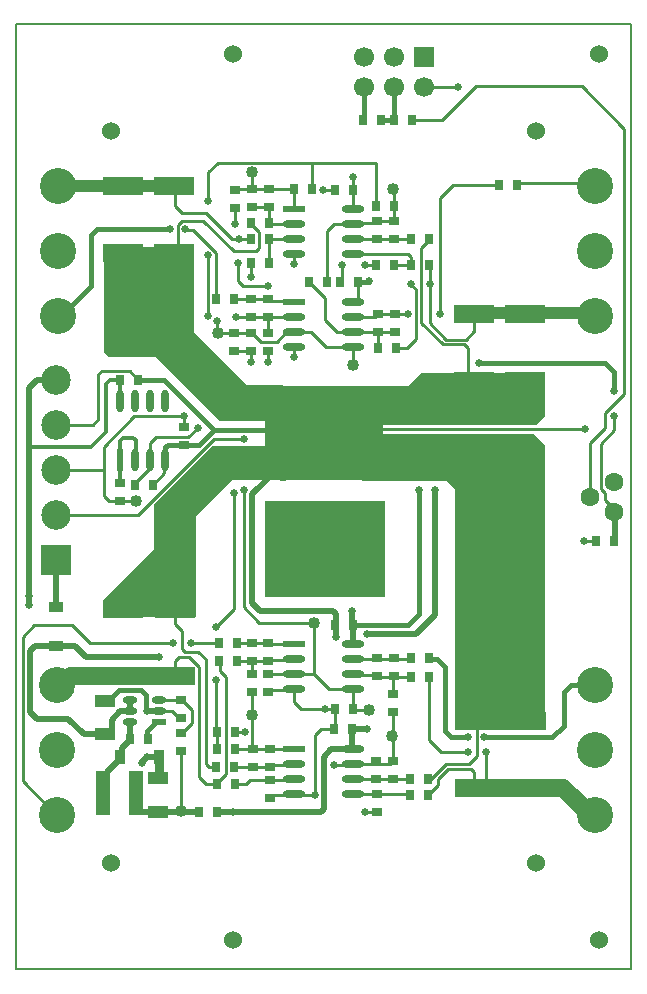
<source format=gtl>
G04*
G04 #@! TF.GenerationSoftware,Altium Limited,Altium Designer,19.0.14 (431)*
G04*
G04 Layer_Physical_Order=1*
G04 Layer_Color=152*
%FSLAX25Y25*%
%MOIN*%
G70*
G01*
G75*
%ADD10C,0.00700*%
%ADD11R,0.02756X0.03543*%
%ADD12R,0.03543X0.02756*%
%ADD13R,0.06693X0.04331*%
%ADD14R,0.04724X0.14567*%
%ADD15O,0.04724X0.02362*%
%ADD16R,0.04724X0.02362*%
%ADD17R,0.04724X0.03543*%
%ADD18R,0.03543X0.04724*%
%ADD19R,0.02400X0.07500*%
%ADD20O,0.02400X0.07500*%
%ADD21O,0.07500X0.02400*%
%ADD22R,0.07500X0.02400*%
%ADD23R,0.13386X0.05906*%
%ADD46C,0.04000*%
%ADD47C,0.06000*%
%ADD48C,0.01000*%
%ADD49C,0.02000*%
%ADD50C,0.01500*%
%ADD51C,0.01200*%
%ADD52C,0.03000*%
%ADD53C,0.04000*%
%ADD54R,0.39440X0.31496*%
%ADD55R,0.40000X0.32000*%
%ADD56C,0.06299*%
%ADD57C,0.06693*%
%ADD58R,0.06693X0.06693*%
%ADD59R,0.09843X0.09843*%
%ADD60C,0.09843*%
%ADD61C,0.06000*%
%ADD62C,0.12000*%
%ADD63C,0.15748*%
%ADD64C,0.02559*%
G36*
X84100Y174280D02*
X65100Y174280D01*
X45700Y154880D01*
X45700Y139680D01*
X29300Y123280D01*
X29300Y117480D01*
X59700D01*
Y150680D01*
X71952Y162932D01*
X82980D01*
X84000Y163952D01*
Y174280D01*
X84100Y174380D01*
Y174280D01*
D02*
G37*
G36*
X172220Y178580D02*
X176200Y174600D01*
Y82480D01*
X146200D01*
Y159880D01*
X143400Y162680D01*
X119400D01*
Y178580D01*
X172220Y178580D01*
D02*
G37*
G36*
X89000Y194680D02*
X76900D01*
X59200Y212380D01*
Y239080D01*
X29057Y239080D01*
X29057Y205796D01*
X30800Y204053D01*
X46427D01*
X67600Y182880D01*
X89000D01*
Y194680D01*
D02*
G37*
G36*
X111800Y194280D02*
X130500D01*
X135000Y198780D01*
X175900D01*
X176100Y198580D01*
X176100Y184080D01*
X173300Y181280D01*
X113800D01*
X111700Y183380D01*
Y194428D01*
X111800Y194280D01*
D02*
G37*
D10*
X204724Y0D02*
X204724Y314961D01*
X0D02*
X204724D01*
X0Y0D02*
X204724D01*
X-0Y314961D02*
X0Y144380D01*
X-0Y0D02*
X0Y144380D01*
D11*
X199200Y142900D02*
D03*
X193200D02*
D03*
X121400Y283200D02*
D03*
X115400D02*
D03*
X125984D02*
D03*
X131984D02*
D03*
X60800Y52470D02*
D03*
X66800D02*
D03*
X43700Y76780D02*
D03*
X37700D02*
D03*
X40657Y196580D02*
D03*
X34657D02*
D03*
X45500Y161580D02*
D03*
X39500D02*
D03*
X73500Y102780D02*
D03*
X67500D02*
D03*
X106000Y80118D02*
D03*
X112000D02*
D03*
X112200Y114780D02*
D03*
X106200D02*
D03*
X67600Y108880D02*
D03*
X73600D02*
D03*
X131300Y63480D02*
D03*
X137300D02*
D03*
X131300Y58180D02*
D03*
X137300D02*
D03*
X72700Y73380D02*
D03*
X66700D02*
D03*
X72700Y79080D02*
D03*
X66700D02*
D03*
X72600Y67380D02*
D03*
X66600D02*
D03*
X72700Y61780D02*
D03*
X66700D02*
D03*
X137600Y103680D02*
D03*
X131600D02*
D03*
Y97580D02*
D03*
X137600D02*
D03*
X112144Y86680D02*
D03*
X106144D02*
D03*
X125800Y254580D02*
D03*
X119800D02*
D03*
X106300Y259880D02*
D03*
X112300D02*
D03*
X92600Y260006D02*
D03*
X98600D02*
D03*
X97500Y229180D02*
D03*
X103500D02*
D03*
X120401Y206980D02*
D03*
X126401D02*
D03*
X166900Y261580D02*
D03*
X160900D02*
D03*
X119900Y234620D02*
D03*
X125900D02*
D03*
X131500Y234705D02*
D03*
X137500D02*
D03*
X131500Y243380D02*
D03*
X137500D02*
D03*
X78100Y235480D02*
D03*
X84100D02*
D03*
Y248880D02*
D03*
X78100D02*
D03*
X84100Y243475D02*
D03*
X78100D02*
D03*
X114000Y229180D02*
D03*
X108000D02*
D03*
X66600Y223280D02*
D03*
X72600D02*
D03*
D12*
X55700Y180700D02*
D03*
Y174700D02*
D03*
X54700Y83680D02*
D03*
Y89680D02*
D03*
Y78780D02*
D03*
Y72780D02*
D03*
X34380Y161980D02*
D03*
Y155980D02*
D03*
X125400Y91880D02*
D03*
Y85880D02*
D03*
X78500Y98280D02*
D03*
Y92280D02*
D03*
X84000Y102780D02*
D03*
Y108780D02*
D03*
Y98280D02*
D03*
Y92280D02*
D03*
X78500Y108780D02*
D03*
Y102780D02*
D03*
X120000Y63280D02*
D03*
Y69280D02*
D03*
X125400D02*
D03*
Y63280D02*
D03*
X120200Y52280D02*
D03*
Y58280D02*
D03*
X78700Y73380D02*
D03*
Y67380D02*
D03*
X84500D02*
D03*
Y73380D02*
D03*
Y57180D02*
D03*
Y63180D02*
D03*
X120100Y97780D02*
D03*
Y103780D02*
D03*
X125700D02*
D03*
Y97780D02*
D03*
X72400Y212248D02*
D03*
Y206248D02*
D03*
X126200Y218396D02*
D03*
Y212396D02*
D03*
X120400Y212331D02*
D03*
Y218331D02*
D03*
X120300Y243475D02*
D03*
Y249475D02*
D03*
X125800D02*
D03*
Y243475D02*
D03*
X83901Y212247D02*
D03*
Y206247D02*
D03*
X72700Y253880D02*
D03*
Y259880D02*
D03*
X84100Y259980D02*
D03*
Y253980D02*
D03*
X78500D02*
D03*
Y259980D02*
D03*
X78100Y212247D02*
D03*
Y206247D02*
D03*
X83900Y217365D02*
D03*
Y223365D02*
D03*
X78100Y223280D02*
D03*
Y217280D02*
D03*
D13*
X29400Y89490D02*
D03*
Y78270D02*
D03*
X47100Y63691D02*
D03*
Y52470D02*
D03*
D14*
X28788Y58780D02*
D03*
X39812D02*
D03*
D15*
X37758Y86046D02*
D03*
Y82306D02*
D03*
Y89786D02*
D03*
X47600D02*
D03*
Y86046D02*
D03*
D16*
Y82306D02*
D03*
D17*
X13100Y120798D02*
D03*
Y107806D02*
D03*
D18*
X47446Y70780D02*
D03*
X34454D02*
D03*
D19*
X34500Y169780D02*
D03*
D20*
X39500Y169780D02*
D03*
X44500D02*
D03*
X49500D02*
D03*
X34500Y189269D02*
D03*
X39500D02*
D03*
X44500D02*
D03*
X49500Y189269D02*
D03*
D21*
X112144Y93280D02*
D03*
X112144Y98280D02*
D03*
Y103280D02*
D03*
Y108280D02*
D03*
X92656Y93280D02*
D03*
Y98280D02*
D03*
Y103280D02*
D03*
X112044Y58280D02*
D03*
X112044Y63280D02*
D03*
Y68280D02*
D03*
Y73280D02*
D03*
X92556Y58280D02*
D03*
Y63280D02*
D03*
Y68280D02*
D03*
X112144Y238380D02*
D03*
X112144Y243380D02*
D03*
Y248380D02*
D03*
Y253380D02*
D03*
X92656Y238380D02*
D03*
Y243380D02*
D03*
Y248380D02*
D03*
X112144Y207380D02*
D03*
X112144Y212380D02*
D03*
Y217380D02*
D03*
Y222380D02*
D03*
X92656Y207380D02*
D03*
Y212380D02*
D03*
Y217380D02*
D03*
D22*
X92656Y108280D02*
D03*
X92556Y73280D02*
D03*
X92656Y253380D02*
D03*
Y222380D02*
D03*
D23*
X152862Y82921D02*
D03*
Y60480D02*
D03*
X169762Y82921D02*
D03*
Y60480D02*
D03*
X52800Y120121D02*
D03*
Y97680D02*
D03*
X35600Y120121D02*
D03*
Y97680D02*
D03*
X152400Y195960D02*
D03*
Y218401D02*
D03*
X169500Y195960D02*
D03*
Y218401D02*
D03*
X52500Y238639D02*
D03*
Y261080D02*
D03*
X35600Y238639D02*
D03*
Y261080D02*
D03*
D46*
X117600Y86580D02*
D03*
X54769Y52600D02*
D03*
X39700Y156080D02*
D03*
X125300Y77680D02*
D03*
X99100Y115580D02*
D03*
X78600Y84780D02*
D03*
X125600Y260080D02*
D03*
X67100Y212180D02*
D03*
X112200Y201280D02*
D03*
X78400Y265680D02*
D03*
D47*
X116100Y165680D02*
X145600D01*
X88820Y167980D02*
X115600D01*
X35600Y97680D02*
X52800D01*
X18116D02*
X35600D01*
X13600Y94787D02*
X15224D01*
X18116Y97680D01*
X69358Y168838D02*
X88820D01*
X52500Y151980D02*
X69358Y168838D01*
X116379Y188523D02*
X119237Y191380D01*
X145600Y165680D02*
X152862Y158418D01*
X85763Y191580D02*
X88820Y188523D01*
X152862Y82921D02*
Y158418D01*
X153400Y82921D02*
X169762D01*
X153400Y60480D02*
X156900D01*
X169762D01*
X182290D01*
X152862D02*
X153400D01*
X191137Y51633D02*
X192761D01*
X182290Y60480D02*
X191137Y51633D01*
X116100Y188523D02*
X116379D01*
X192761Y51633D02*
X192913Y51480D01*
X13780Y93887D02*
X14260Y93407D01*
D48*
X153400Y70980D02*
Y82921D01*
X106072Y86680D02*
Y87052D01*
Y80190D02*
Y86680D01*
X95000D02*
X106072D01*
X99350Y58230D02*
X99400Y58280D01*
X77800Y235180D02*
X78099Y234881D01*
X40600Y196980D02*
X41000Y196580D01*
X112200Y259387D02*
Y260180D01*
X112400Y259587D02*
Y259980D01*
X196200Y156462D02*
X200462Y152200D01*
X191300Y158612D02*
X192587Y157325D01*
X196300Y185500D02*
X202600Y191800D01*
X196300Y180500D02*
Y185500D01*
X191300Y175500D02*
X196300Y180500D01*
X191300Y158612D02*
Y175500D01*
X194824Y175224D02*
X199300Y179700D01*
X194824Y160100D02*
Y175224D01*
Y160100D02*
X196200Y158725D01*
Y156462D02*
Y158725D01*
X199300Y179700D02*
Y184300D01*
X192587Y157200D02*
Y157325D01*
X190637Y158261D02*
X191300Y157598D01*
X202600Y191800D02*
Y280200D01*
X49232Y165312D02*
Y169512D01*
X150420Y198413D02*
Y207191D01*
Y198413D02*
X151753Y197080D01*
X152200D01*
X149331Y208280D02*
X150420Y207191D01*
X189200Y142900D02*
X193200D01*
X117600Y180000D02*
X189500D01*
X117500Y179900D02*
X117600Y180000D01*
X188400Y294400D02*
X202600Y280200D01*
X153200Y294400D02*
X188400D01*
X142000Y283200D02*
X153200Y294400D01*
X131984Y283200D02*
X142000D01*
X136097Y294100D02*
X147200D01*
X135984Y294213D02*
X136097Y294100D01*
X49672Y169952D02*
X49768Y170048D01*
X49500Y169780D02*
X49672Y169952D01*
X46361Y177278D02*
X57125D01*
X60347Y180500D01*
X44500Y175417D02*
X46361Y177278D01*
X44500Y169780D02*
Y175417D01*
Y166974D02*
Y169780D01*
X13300Y151480D02*
X40603D01*
X65903Y176780D02*
X75700D01*
X40603Y151480D02*
X65903Y176780D01*
X45500Y161580D02*
X49232Y165312D01*
X55553Y184318D02*
X55700Y184171D01*
Y180700D02*
Y184171D01*
X30800Y156080D02*
X39700D01*
X29200Y166480D02*
Y174200D01*
Y157680D02*
Y166480D01*
X13300D02*
X29200D01*
X39318Y184318D02*
X55553D01*
X29200Y174200D02*
X39318Y184318D01*
X55553D02*
X55700Y184466D01*
X54700Y52470D02*
Y72780D01*
X99200Y98280D02*
Y115580D01*
X67100Y212180D02*
X72400D01*
X6000Y114780D02*
X18400D01*
X2100Y110880D02*
X6000Y114780D01*
X2100Y62680D02*
Y110880D01*
X119800Y254580D02*
Y268880D01*
X98600D02*
X119800D01*
X58960Y246427D02*
X66600Y238787D01*
X56433Y246427D02*
X58960D01*
X56180Y246680D02*
X56433Y246427D01*
X66600Y223280D02*
Y238787D01*
X53701Y248001D02*
X55280Y249580D01*
X53701Y239037D02*
Y248001D01*
Y239037D02*
X54000Y238738D01*
X55280Y249580D02*
X62075D01*
X72375Y239280D01*
X67180Y268880D02*
X98600D01*
X63900Y265600D02*
X67180Y268880D01*
X63900Y255927D02*
Y265600D01*
X80900Y115580D02*
X99100D01*
X75700Y120780D02*
X80900Y115580D01*
X75700Y120780D02*
Y159780D01*
X72400Y120180D02*
Y158780D01*
X66400Y114180D02*
X72400Y120180D01*
X114000Y222380D02*
Y229180D01*
X64100Y67380D02*
X66600D01*
X63100Y68380D02*
X64100Y67380D01*
X36822Y75902D02*
X37700Y76780D01*
X30150Y65064D02*
X30650Y65564D01*
X34454Y70780D02*
Y71371D01*
X43275Y86206D02*
X43400Y86080D01*
X29400Y89490D02*
X30581D01*
X56139Y105780D02*
X60600D01*
X55200Y106720D02*
X56139Y105780D01*
X55200Y106720D02*
Y112780D01*
X67700Y102980D02*
X67900Y102780D01*
Y99380D02*
Y102780D01*
X52800Y97680D02*
Y102780D01*
X54154Y104134D01*
X57647D02*
X60900Y100880D01*
X54154Y104134D02*
X57647D01*
X60600Y105780D02*
X63100Y103280D01*
Y68380D02*
Y103280D01*
X66800Y215980D02*
X66950Y215830D01*
Y212330D02*
Y215830D01*
Y212330D02*
X67100Y212180D01*
X52800Y115180D02*
Y120121D01*
Y115180D02*
X55200Y112780D01*
X98600Y260006D02*
Y268880D01*
X37686Y199552D02*
X40657Y196580D01*
X28572Y199552D02*
X37686D01*
X27300Y198280D02*
X28572Y199552D01*
X27300Y183280D02*
Y198280D01*
X18400Y114780D02*
X24400Y108780D01*
X25500Y181480D02*
X27300Y183280D01*
X13300Y181480D02*
X25500D01*
X39500Y161580D02*
Y161974D01*
X44500Y166974D01*
X49500Y166880D02*
Y169780D01*
X49232Y169512D02*
X49500Y169780D01*
X29200Y157680D02*
X30800Y156080D01*
X95205Y86886D02*
X103000D01*
X95000Y86680D02*
X95205Y86886D01*
X92656Y204180D02*
Y207380D01*
X125400Y69580D02*
X125600Y69380D01*
X125400Y69580D02*
Y85880D01*
X112312Y68548D02*
X124668D01*
X75900Y78980D02*
X76100Y79180D01*
X105850Y68130D02*
X111894D01*
X28788Y63702D02*
X30150Y65064D01*
X43400Y86080D02*
X43417Y86063D01*
X47583D02*
X47600Y86046D01*
X47100Y63691D02*
X47446Y64037D01*
X28788Y58780D02*
Y63702D01*
X46419Y82306D02*
X47600D01*
X43700Y76780D02*
X44165Y77246D01*
X37729Y82277D02*
X37758Y82306D01*
X37700Y76780D02*
X37729Y76809D01*
X58400Y82087D02*
Y86374D01*
X55094Y78780D02*
X58400Y82087D01*
X54700Y78780D02*
X55094D01*
Y89680D02*
X58400Y86374D01*
X54700Y89680D02*
X55094D01*
X54647Y89733D02*
X54700Y89680D01*
X47653Y89733D02*
X54647D01*
X47600Y89786D02*
X47653Y89733D01*
X54306Y83680D02*
X54700D01*
X51941Y86046D02*
X54306Y83680D01*
X47600Y86046D02*
X51941D01*
X2100Y62680D02*
X13200Y51580D01*
X24400Y108780D02*
X52300D01*
X63131Y61780D02*
X66700D01*
X60900Y64012D02*
X63131Y61780D01*
X60900Y64012D02*
Y100880D01*
X66500Y96380D02*
X66600Y96280D01*
Y79180D02*
Y96280D01*
Y79180D02*
X66700Y79080D01*
X69700Y65174D02*
Y97580D01*
X67900Y99380D02*
X69700Y97580D01*
X141600Y72480D02*
X150600D01*
X137600Y76480D02*
X141600Y72480D01*
X152626Y212706D02*
Y218627D01*
X143100Y209880D02*
X149800D01*
X137700Y215280D02*
X143100Y209880D01*
X137700Y215280D02*
Y228580D01*
X134922Y215558D02*
X142200Y208280D01*
X149331D01*
X134922Y215558D02*
Y240409D01*
X149800Y209880D02*
X152626Y212706D01*
X63900Y217780D02*
Y237980D01*
X34500Y186369D02*
X34550Y186418D01*
X58100Y108680D02*
X67400D01*
X67600Y108880D01*
X55500Y120121D02*
X56540D01*
X112200Y264041D02*
X112250Y263991D01*
Y259930D02*
Y263991D01*
Y259930D02*
X112300Y259880D01*
X126233Y218363D02*
X130500D01*
X126200Y218396D02*
X126233Y218363D01*
X134922Y240409D02*
X137500Y242987D01*
X131415Y228280D02*
X133300Y226395D01*
Y210180D02*
Y226395D01*
X130100Y206980D02*
X133300Y210180D01*
X156600Y61780D02*
Y72580D01*
Y61780D02*
X156900Y61480D01*
X152500Y61380D02*
X153400Y60480D01*
X140400Y63280D02*
X143800Y66680D01*
X140400Y61302D02*
Y63280D01*
X137300Y58202D02*
X140400Y61302D01*
X137600Y76480D02*
Y97580D01*
X150800Y68380D02*
X153400Y70980D01*
X143200Y68380D02*
X150800D01*
X138300Y63480D02*
X143200Y68380D01*
X143800Y66680D02*
X151500D01*
X152500Y65680D01*
Y61380D02*
Y65680D01*
X137300Y63480D02*
X138300D01*
X137300Y58180D02*
Y58202D01*
X94900Y86680D02*
X95000D01*
X106072D02*
X106144D01*
X106072Y87052D02*
X106300Y87280D01*
X106000Y80118D02*
X106072Y80190D01*
X66700Y73380D02*
Y79080D01*
Y62174D02*
X69700Y65174D01*
X99400Y58480D02*
Y77980D01*
Y58280D02*
Y58480D01*
Y58180D02*
Y58280D01*
X99300Y58580D02*
X99400Y58480D01*
X72800Y78980D02*
X75900D01*
X72700Y79080D02*
X72800Y78980D01*
X78750Y73330D02*
X92506D01*
X78500Y92280D02*
X78600Y92180D01*
Y73780D02*
Y92180D01*
Y73780D02*
X78700Y73680D01*
X111894Y68130D02*
X112044Y68280D01*
X125500Y97580D02*
X126100D01*
X120500D02*
X125500D01*
Y91780D02*
Y97580D01*
X125700Y97780D01*
X120500Y103280D02*
X126100D01*
X131200D01*
X99400Y77980D02*
X101538Y80118D01*
X106000D01*
X116784D02*
X116800Y80134D01*
X112000Y73324D02*
X112044Y73280D01*
X125400Y69280D02*
X125500Y69180D01*
X124668Y68548D02*
X125400Y69280D01*
X112044Y68280D02*
X112312Y68548D01*
X125400Y63280D02*
X131100D01*
X120000D02*
X125400D01*
X112044D02*
X120000D01*
X131100D02*
X131300Y63480D01*
X120200Y58280D02*
X131200D01*
X112044D02*
X120200D01*
X131200D02*
X131300Y58180D01*
X116200Y52280D02*
X120200D01*
X99350Y58230D02*
X99400Y58180D01*
X92606Y58230D02*
X99350D01*
X92556Y58280D02*
X92606Y58230D01*
X92288Y58012D02*
X92556Y58280D01*
X85332Y58012D02*
X92288D01*
X84500Y57180D02*
X85332Y58012D01*
X72700Y61780D02*
X76600D01*
X78000Y63180D01*
X84500D01*
X92506Y63230D02*
X92556Y63280D01*
X84550Y63230D02*
X92506D01*
X84500Y63180D02*
X84550Y63230D01*
X92288Y68012D02*
X92556Y68280D01*
X85132Y68012D02*
X92288D01*
X84500Y67380D02*
X85132Y68012D01*
X72600Y67380D02*
X78700D01*
X84500D01*
X72700Y73380D02*
X78700D01*
X92506Y73330D02*
X92556Y73280D01*
X78700Y73380D02*
X78750Y73330D01*
X56540Y120121D02*
X58993Y117668D01*
X65722Y68652D02*
X66600Y67774D01*
Y67380D02*
Y67774D01*
X92388Y93012D02*
X92656Y93280D01*
X84732Y93012D02*
X92388D01*
X84000Y92280D02*
X84732Y93012D01*
X92656Y88924D02*
Y93280D01*
Y88924D02*
X94900Y86680D01*
X120068Y98012D02*
X120500Y97580D01*
X112412Y98012D02*
X120068D01*
X112144Y98280D02*
X112412Y98012D01*
X126100Y97580D02*
X131600D01*
X126100D02*
Y97680D01*
X112144Y103280D02*
X120500D01*
X131200D02*
X131600Y103680D01*
X112144Y108280D02*
X112200Y108336D01*
X112244Y86580D02*
X117600D01*
X112144Y86680D02*
X112244Y86580D01*
X112144Y86680D02*
Y93280D01*
X104200D02*
X112144D01*
X99200Y98280D02*
X104200Y93280D01*
X92656Y98280D02*
X99200D01*
X84000D02*
X92656D01*
X73500Y102780D02*
X78500D01*
Y98280D02*
Y102780D01*
X92406Y103030D02*
X92656Y103280D01*
X84250Y103030D02*
X92406D01*
X84000Y102780D02*
X84250Y103030D01*
X78500Y102780D02*
X84000D01*
X92406Y108530D02*
X92656Y108280D01*
X84250Y108530D02*
X92406D01*
X84000Y108780D02*
X84250Y108530D01*
X78500Y108780D02*
X84000D01*
X73700D02*
X78500D01*
X73600Y108880D02*
X73700Y108780D01*
X167253Y261934D02*
X188300D01*
X166900Y261580D02*
X167253Y261934D01*
X97600Y229080D02*
X102900Y223780D01*
Y216349D02*
Y223780D01*
Y216349D02*
X106869Y212380D01*
X112144D01*
X137700Y228580D02*
Y234704D01*
X78150Y217330D02*
X83900D01*
X73200Y217380D02*
X73250Y217330D01*
X78050D01*
X78100Y217280D01*
X83900Y217330D02*
X92606D01*
X75575Y227680D02*
X83900D01*
X74000Y229256D02*
X75575Y227680D01*
X74000Y229256D02*
Y235280D01*
X72700Y248587D02*
X72800Y248487D01*
X72700Y248587D02*
Y253880D01*
X78400Y260080D02*
Y265680D01*
Y260080D02*
X78500Y259980D01*
X72700Y259880D02*
X72750Y259930D01*
X78450D01*
X78500Y259980D01*
X74200Y243475D02*
X78100D01*
X71684D02*
X74200D01*
X72375Y239280D02*
X79700D01*
X125700Y254680D02*
X125800Y254580D01*
X125700Y254680D02*
Y259980D01*
X125600Y260080D02*
X125700Y259980D01*
X125800Y249475D02*
Y254580D01*
X52700Y254380D02*
Y260982D01*
X78099Y230881D02*
Y234881D01*
X77800Y235180D02*
X78100Y235480D01*
X112144Y222380D02*
X114000D01*
X102300Y259780D02*
X106200D01*
X63178Y251980D02*
X71684Y243475D01*
X55100Y251980D02*
X63178D01*
X52700Y254380D02*
X55100Y251980D01*
X126401Y206980D02*
X130100D01*
X120400Y212331D02*
X120401Y212330D01*
Y206980D02*
Y212330D01*
X112200Y201280D02*
Y207324D01*
X112144Y207380D02*
X112200Y207324D01*
X103200Y207380D02*
X112144D01*
X98200Y212380D02*
X103200Y207380D01*
X92656Y212380D02*
X98200D01*
X78099Y202380D02*
X78100Y202381D01*
Y206247D01*
X83800Y202280D02*
Y206147D01*
X83901Y206247D01*
X72400Y206248D02*
X72400Y206247D01*
X78100D01*
X78100Y206247D01*
X72400Y212180D02*
X72433Y212214D01*
X78067D01*
X78100Y212247D01*
X78494D02*
X81493Y209248D01*
X78100Y212247D02*
X78494D01*
X81493Y209248D02*
X86767D01*
X89900Y212380D01*
X92656D01*
X83900Y217330D02*
Y217365D01*
Y212248D02*
Y217330D01*
Y212248D02*
X83901Y212247D01*
X78100Y217280D02*
X78150Y217330D01*
X92606D02*
X92656Y217380D01*
X72600Y223280D02*
X78100D01*
X78142Y223322D01*
X83858D01*
X83900Y223365D01*
X84392Y222872D01*
X92164D01*
X92656Y222380D01*
X145673Y261580D02*
X160900D01*
X141200Y257107D02*
X145673Y261580D01*
X141200Y218331D02*
Y257107D01*
X112200Y253436D02*
Y259387D01*
X112400Y259587D01*
X112300Y259880D02*
X112400Y259980D01*
X92600Y235053D02*
Y238324D01*
X92656Y238380D01*
X108500Y229680D02*
Y234880D01*
X108000Y229180D02*
X108500Y229680D01*
X103600Y229180D02*
Y246180D01*
X105800Y248380D01*
X112144D01*
X119811Y234708D02*
X119900Y234620D01*
X116300Y234708D02*
X119811D01*
X84100Y235480D02*
Y243475D01*
X131415Y234620D02*
X131500Y234705D01*
X125900Y234620D02*
X131415D01*
X131500Y234705D02*
Y237280D01*
X130400Y238380D02*
X131500Y237280D01*
X112144Y238380D02*
X130400D01*
X92574Y259980D02*
X92600Y260006D01*
Y253436D02*
Y260006D01*
Y253436D02*
X92656Y253380D01*
X84100Y259980D02*
X92574D01*
X78500D02*
X84100D01*
X78500Y253980D02*
X84100D01*
Y248880D02*
Y253980D01*
X79700Y239280D02*
X80899Y240480D01*
Y245687D01*
X78100Y248487D02*
X80899Y245687D01*
X78100Y248487D02*
Y248880D01*
X84100D02*
X84600Y248380D01*
X92656D01*
X84100Y243475D02*
X84195Y243380D01*
X92656D01*
X137500Y242987D02*
Y243380D01*
X119450Y217380D02*
X120400Y218331D01*
X112144Y217380D02*
X119450D01*
X126167Y218363D02*
X126200Y218396D01*
X120433Y218363D02*
X126167D01*
X120400Y218331D02*
X120433Y218363D01*
X126167Y212363D02*
X126200Y212396D01*
X120433Y212363D02*
X126167D01*
X120400Y212331D02*
X120433Y212363D01*
X120375Y212355D02*
X120400Y212331D01*
X112169Y212355D02*
X120375D01*
X112144Y212380D02*
X112169Y212355D01*
X112144Y253380D02*
X112200Y253436D01*
X120300Y249475D02*
X125800D01*
X119473Y248648D02*
X120300Y249475D01*
X112412Y248648D02*
X119473D01*
X112144Y248380D02*
X112412Y248648D01*
X112144Y243380D02*
X131500D01*
D49*
X106500Y114480D02*
Y118529D01*
X199500Y150763D02*
X200637Y151900D01*
X199500Y142900D02*
Y150763D01*
X111956Y73280D02*
X112000Y73324D01*
X66800Y52470D02*
X101390D01*
X106300Y259880D02*
X106300Y259880D01*
X54700Y52470D02*
X60800D01*
X47100D02*
X54700D01*
X39812Y53859D02*
Y58780D01*
Y53859D02*
X41174Y52497D01*
X47073D01*
X47100Y52470D01*
X47100Y52470D01*
X37019Y75705D02*
X37700Y76387D01*
X6880Y196480D02*
X13300D01*
X4286Y193886D02*
X6880Y196480D01*
X4286Y174080D02*
Y193886D01*
Y124300D02*
Y174080D01*
X4200Y121300D02*
Y124200D01*
X6126Y107806D02*
X13100D01*
X4400Y106080D02*
X6126Y107806D01*
X4400Y85880D02*
Y106080D01*
X41700Y69203D02*
X43377Y70880D01*
X41700Y68680D02*
Y69203D01*
X102362Y59432D02*
X102380Y59414D01*
Y56946D02*
Y59414D01*
X102362Y56929D02*
X102380Y56946D01*
X102362Y53443D02*
Y56929D01*
X101390Y52470D02*
X102362Y53443D01*
X111900Y119280D02*
X112007Y119173D01*
Y114973D02*
Y119173D01*
Y114973D02*
X112200Y114780D01*
X47483Y104080D02*
X47583Y103980D01*
X23100Y104080D02*
X47483D01*
X19374Y107806D02*
X23100Y104080D01*
X13100Y107806D02*
X19374D01*
X37729Y76809D02*
Y82277D01*
X35226Y73912D02*
X37019Y75705D01*
X17100Y83580D02*
X22410Y78270D01*
X6700Y83580D02*
X17100D01*
X105449Y119580D02*
X106500Y118529D01*
X81150Y119580D02*
X105449D01*
X78500Y122230D02*
X81150Y119580D01*
X78500Y122230D02*
Y158280D01*
X87400Y167180D01*
X13100Y136280D02*
X13300Y136480D01*
X13100Y120798D02*
Y136280D01*
X106500Y110880D02*
Y114480D01*
X106200Y114780D02*
X106500Y114480D01*
X139600Y118180D02*
Y159780D01*
X133027Y111607D02*
X139600Y118180D01*
X116967Y111607D02*
X133027D01*
X102362Y70742D02*
X104900Y73280D01*
X111956D01*
X102362Y59432D02*
Y70742D01*
X30150Y65064D02*
Y65886D01*
Y60142D02*
Y65064D01*
X28788Y58780D02*
X30150Y60142D01*
Y65886D02*
X34454Y70190D01*
Y70780D01*
X35226Y71552D01*
Y73912D01*
X37700Y76387D02*
Y76780D01*
X43377Y70880D02*
X43427Y70830D01*
X47396D01*
X47446Y70780D01*
X43417Y86063D02*
X47583D01*
X31747Y79435D02*
Y83243D01*
X30581Y78270D02*
X31747Y79435D01*
X29400Y78270D02*
X30581D01*
X31747Y83243D02*
X34480Y85976D01*
X37688D01*
X37758Y86046D01*
Y89786D01*
X22410Y78270D02*
X29400D01*
X4400Y85880D02*
X6700Y83580D01*
X112000Y80118D02*
X116784D01*
X112000Y73324D02*
Y80118D01*
X112200Y108336D02*
Y114780D01*
D50*
X65880Y179780D02*
X103100D01*
X199200Y193000D02*
Y199170D01*
Y193000D02*
X199300Y192900D01*
X154200Y202200D02*
X196170D01*
X199200Y199170D01*
X115400Y283200D02*
X115984Y283784D01*
Y294213D01*
X121400Y283200D02*
X125984D01*
Y294213D01*
X49080Y196580D02*
X65880Y179780D01*
X41000Y196580D02*
X49080D01*
X49672Y173994D02*
X50379Y174700D01*
X49672Y169952D02*
Y173994D01*
X50379Y174700D02*
X55700D01*
X60800D01*
X65880Y179780D01*
X43400Y78011D02*
X44165Y77246D01*
X43400Y79287D02*
X46419Y82306D01*
X43400Y78011D02*
Y79287D01*
X43275Y86206D02*
Y91359D01*
X41600Y93034D02*
X43275Y91359D01*
X34124Y93034D02*
X41600D01*
X30581Y89490D02*
X34124Y93034D01*
X117550Y229230D02*
X117600Y229280D01*
X114050Y229230D02*
X117550D01*
X114000Y229180D02*
X114050Y229230D01*
X134100Y118380D02*
Y159780D01*
X130500Y114780D02*
X134100Y118380D01*
X112200Y114780D02*
X130500D01*
X192300Y94680D02*
X192800Y95180D01*
X192300Y94680D02*
X193100D01*
X140300Y103580D02*
X143000Y100880D01*
Y79280D02*
Y100880D01*
Y79280D02*
X144900Y77380D01*
X150600D01*
X182400Y81180D02*
Y92380D01*
X184700Y94680D02*
X192300D01*
X182400Y92380D02*
X184700Y94680D01*
X190400Y92780D02*
X192300Y94680D01*
X178600Y77380D02*
X182400Y81180D01*
X155900Y77380D02*
X178600D01*
X137700Y103580D02*
X140300D01*
X137600Y103680D02*
X137700Y103580D01*
X26800Y246680D02*
X51200D01*
X24900Y244780D02*
X26800Y246680D01*
X24900Y227727D02*
Y244780D01*
X14900Y217727D02*
X24900Y227727D01*
D51*
X34550Y196580D02*
Y196930D01*
Y189319D02*
Y196580D01*
X35400Y176980D02*
X39009D01*
X34500Y176080D02*
X35400Y176980D01*
X34500Y169780D02*
Y176080D01*
X39009Y176980D02*
X39712Y176277D01*
Y169992D02*
Y176277D01*
X4286Y174080D02*
X24911D01*
X29800Y178969D01*
X34550Y196930D02*
X34600Y196980D01*
X29800Y178969D02*
Y195180D01*
X34550Y196580D02*
X34657D01*
X31200D02*
X34550D01*
X29800Y195180D02*
X31200Y196580D01*
X39500Y169780D02*
X39712Y169992D01*
X34440Y169720D02*
X34500Y169780D01*
Y189269D02*
X34550Y189319D01*
X34440Y162040D02*
Y169720D01*
X34380Y161980D02*
X34440Y162040D01*
D52*
X47446Y64037D02*
Y70780D01*
D53*
X35600Y238639D02*
X52500D01*
X152626Y218627D02*
X188300D01*
X152400Y195960D02*
X169500D01*
X52500Y238639D02*
X52700D01*
X52625Y261057D02*
X52700Y260982D01*
X14923Y261057D02*
X52625D01*
X152400Y218401D02*
X152626Y218627D01*
X14900Y261034D02*
X14923Y261057D01*
D54*
X102600Y178680D02*
D03*
D55*
X102700Y139980D02*
D03*
D56*
X199174Y152474D02*
D03*
Y162474D02*
D03*
X191300Y157474D02*
D03*
D57*
X115984Y294213D02*
D03*
Y304213D02*
D03*
X125984D02*
D03*
X135984Y294213D02*
D03*
X125984D02*
D03*
D58*
X135984Y304213D02*
D03*
D59*
X13300Y136480D02*
D03*
D60*
Y151480D02*
D03*
Y166480D02*
D03*
Y181480D02*
D03*
Y196480D02*
D03*
D61*
X194286Y9843D02*
D03*
X72239D02*
D03*
Y305118D02*
D03*
X194286D02*
D03*
X173228Y279528D02*
D03*
X31496D02*
D03*
X173228Y35433D02*
D03*
X31496D02*
D03*
D62*
X192913Y94787D02*
D03*
Y51480D02*
D03*
Y73134D02*
D03*
X88920Y150023D02*
D03*
Y130338D02*
D03*
X116480D02*
D03*
Y150023D02*
D03*
X116379Y168838D02*
D03*
Y188523D02*
D03*
X88820D02*
D03*
Y168838D02*
D03*
X192913Y239382D02*
D03*
Y217728D02*
D03*
Y261035D02*
D03*
X13600Y73134D02*
D03*
Y94787D02*
D03*
Y51480D02*
D03*
X13780Y239380D02*
D03*
Y261034D02*
D03*
Y217727D02*
D03*
D63*
X102700Y140180D02*
D03*
X102600Y178680D02*
D03*
D64*
X199300Y184300D02*
D03*
Y192900D02*
D03*
X189500Y180000D02*
D03*
X154200Y202200D02*
D03*
X189200Y142900D02*
D03*
X147200Y294100D02*
D03*
X60347Y180500D02*
D03*
X55700Y184466D02*
D03*
X72239Y52400D02*
D03*
X4200Y121300D02*
D03*
X4286Y124300D02*
D03*
X56180Y246680D02*
D03*
X63900Y255927D02*
D03*
X41700Y68680D02*
D03*
X111900Y119280D02*
D03*
X47583Y103980D02*
D03*
X66800Y215980D02*
D03*
X66400Y114180D02*
D03*
X75700Y176780D02*
D03*
Y159780D02*
D03*
X72400Y158780D02*
D03*
X103000Y86886D02*
D03*
X106500Y110880D02*
D03*
X92656Y204180D02*
D03*
X116967Y111607D02*
D03*
X105850Y68130D02*
D03*
X43377Y70880D02*
D03*
X43400Y86080D02*
D03*
X66500Y96380D02*
D03*
X150600Y72480D02*
D03*
X63900Y217780D02*
D03*
X52300Y108780D02*
D03*
X58100Y108680D02*
D03*
X112200Y264041D02*
D03*
X130500Y218363D02*
D03*
X117600Y229280D02*
D03*
X63900Y237980D02*
D03*
X134100Y159780D02*
D03*
X139600D02*
D03*
X156600Y72580D02*
D03*
X155900Y77380D02*
D03*
X150600D02*
D03*
X76100Y78980D02*
D03*
X116800Y80134D02*
D03*
X116200Y52280D02*
D03*
X99400Y58180D02*
D03*
X131415Y228280D02*
D03*
X137700Y228580D02*
D03*
X74000Y235280D02*
D03*
X73200Y217380D02*
D03*
X72800Y248487D02*
D03*
X83900Y227680D02*
D03*
X74200Y243475D02*
D03*
X78099Y230881D02*
D03*
X102300Y259780D02*
D03*
X51200Y246680D02*
D03*
X78099Y202380D02*
D03*
X83800Y202280D02*
D03*
X92600Y235053D02*
D03*
X108500Y234880D02*
D03*
X116300Y234708D02*
D03*
X141200Y218331D02*
D03*
M02*

</source>
